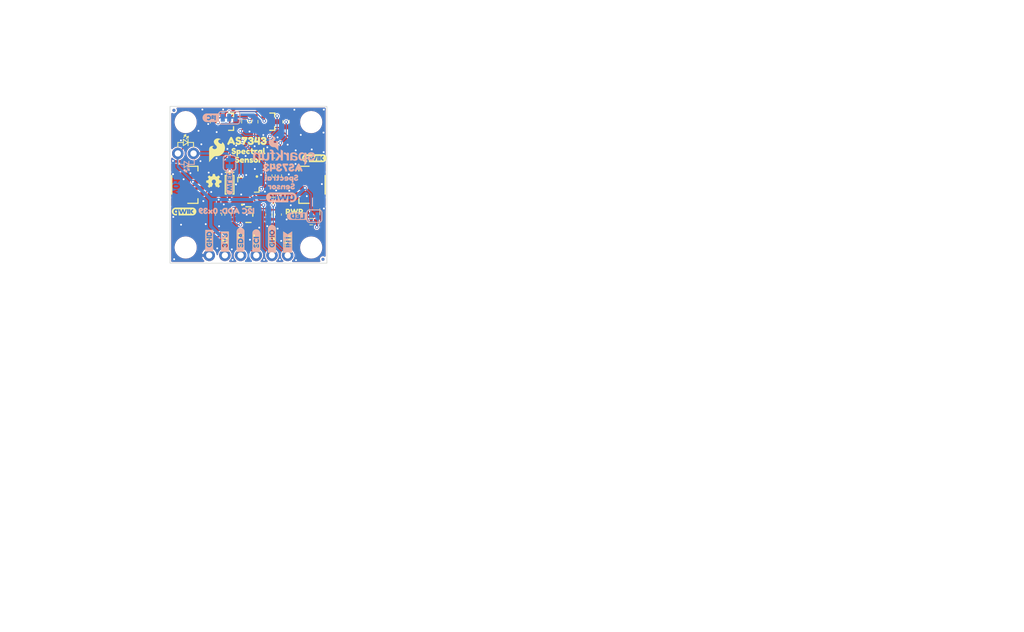
<source format=kicad_pcb>
(kicad_pcb (version 20241229) (generator "pcbnew") (generator_version "9.0")
  (title_block (title "SparkFun Spectral Sensor Breakout AS7353 Qwiic") (date "2025-04-01") (rev "v01") (company "SparkFun Electronics") (comment 1 "Based off the AS726X Qwiic by N. Seidle") (comment 2 "Designed by: P. Lewis"))
  (layers (0 "F.Cu" signal) (2 "B.Cu" signal) (13 "F.Paste" user) (15 "B.Paste" user) (5 "F.SilkS" user "F.Silkscreen") (7 "B.SilkS" user "B.Silkscreen") (1 "F.Mask" user) (3 "B.Mask" user) (25 "Edge.Cuts" user))
  (net 0 "")
  (net 1 "3.3V")
  (net 2 "GND")
  (net 3 "Net-(D1-A)")
  (net 4 "SDA")
  (net 5 "SCL")
  (net 10 "Net-(JP1-A)")
  (net 11 "Net-(JP2-A)")
  (net 12 "Net-(JP2-C)")
  (net 13 "~{INT}")
  (net 14 "GPIO")
  (net 15 "1V8")
  (net 16 "SDA_1V8")
  (net 18 "Net-(U2-VDD)")
  (net 19 "SCL_1V8")
  (net 20 "Net-(D2-K)")
  (net 21 "Net-(D3-K)")
  (footprint "kibuzzard-67ED7158" (layer "F.Cu") (at 129.616 107.15475 90)
    (property "Reference" "kibuzzard-67ED7158" (hide yes))
    (property "Value" "G***" (hide yes))
  )
  (footprint "SparkFun-Capacitor:C_0603_1608Metric" (layer "F.Cu") (at 140.792 102.932 -90)
    (property "Reference" "C6")
    (property "Value" "4.7uF")
    (pad "1" smd roundrect (at -0.775 0 270) (size 0.9 0.95) (layers "F.Cu" "F.Mask" "F.Paste") (net 15 "1V8"))
    (pad "2" smd roundrect (at 0.775 0 270) (size 0.9 0.95) (layers "F.Cu" "F.Mask" "F.Paste") (net 2 "GND"))
  )
  (footprint "SparkFun-Capacitor:C_0603_1608Metric" (layer "F.Cu") (at 139.268 96.606 90)
    (property "Reference" "C3")
    (property "Value" "1.0uF")
    (pad "1" smd roundrect (at -0.775 0 90) (size 0.9 0.95) (layers "F.Cu" "F.Mask" "F.Paste") (net 2 "GND"))
    (pad "2" smd roundrect (at 0.775 0 90) (size 0.9 0.95) (layers "F.Cu" "F.Mask" "F.Paste") (net 18 "Net-(U2-VDD)"))
  )
  (footprint "SparkFun-Resistor:R_0603_1608Metric" (layer "F.Cu") (at 140.016 94.306 180)
    (property "Reference" "R1")
    (property "Value" "22")
    (pad "1" smd roundrect (at -0.825 0 180) (size 0.8 0.95) (layers "F.Cu" "F.Mask" "F.Paste") (net 15 "1V8"))
    (pad "2" smd roundrect (at 0.825 0 180) (size 0.8 0.95) (layers "F.Cu" "F.Mask" "F.Paste") (net 18 "Net-(U2-VDD)"))
  )
  (footprint "AS7343:LUXEON_3014_SMD_LED" (layer "F.Cu") (at 132.918 98.106 90)
    (property "Reference" "D2")
    (property "Value" "White")
    (pad "1" smd rect (at 0.827 0 180) (size 0.8 1.9) (layers "F.Cu" "F.Mask") (net 20 "Net-(D2-K)"))
    (pad "2" smd rect (at -1.2 0 180) (size 0.8 1) (layers "F.Cu" "F.Mask") (net 1 "3.3V"))
  )
  (footprint "SparkFun-Aesthetic:qwiic_4mm" (layer "F.Cu") (at 125.552 102.424)
    (property "Reference" "G***" (hide yes))
    (property "Value" "LOGO" (hide yes))
  )
  (footprint "SparkFun-Capacitor:C_0603_1608Metric" (layer "F.Cu") (at 140.816 96.606 -90)
    (property "Reference" "C4")
    (property "Value" "4.7uF")
    (pad "1" smd roundrect (at -0.775 0 270) (size 0.9 0.95) (layers "F.Cu" "F.Mask" "F.Paste") (net 15 "1V8"))
    (pad "2" smd roundrect (at 0.775 0 270) (size 0.9 0.95) (layers "F.Cu" "F.Mask" "F.Paste") (net 2 "GND"))
  )
  (footprint "SparkFun-LED:LED_0603_1608Metric_Red" (layer "F.Cu") (at 146.126 102.4875 180)
    (property "Reference" "D1")
    (property "Value" "Red")
    (pad "1" smd roundrect (at -0.7875 0 180) (size 0.875 0.95) (layers "F.Cu" "F.Mask" "F.Paste") (net 2 "GND") (thermal_gap 0.1778))
    (pad "2" smd roundrect (at 0.7875 0 180) (size 0.875 0.95) (layers "F.Cu" "F.Mask" "F.Paste") (net 3 "Net-(D1-A)"))
  )
  (footprint "SparkFun-Aesthetic:Fiducial_0.5mm_Mask1mm" (layer "F.Cu") (at 123.901 86.041)
    (property "Reference" "FID3")
    (property "Value" "Fiducial_0.5mm")
    (pad "" smd circle (at 0 0) (size 0.5 0.5) (layers "F.Cu" "F.Mask") (clearance 0.25))
  )
  (footprint "SparkFun-Connector:1x06" (layer "F.Cu") (at 129.616 109.536)
    (property "Reference" "J3")
    (property "Value" "Conn_01x06")
    (pad "1" thru_hole circle (at 0 0 90) (size 1.8796 1.8796) (drill 1.016) (layers "*.Cu" "*.Mask") (net 2 "GND") (thermal_bridge_width 0.5))
    (pad "2" thru_hole circle (at 2.54 0 90) (size 1.8796 1.8796) (drill 1.016) (layers "*.Cu" "*.Mask") (net 1 "3.3V") (thermal_bridge_width 0.4) (thermal_gap 0.08))
    (pad "3" thru_hole circle (at 5.08 0 90) (size 1.8796 1.8796) (drill 1.016) (layers "*.Cu" "*.Mask") (net 4 "SDA"))
    (pad "4" thru_hole circle (at 7.62 0 90) (size 1.8796 1.8796) (drill 1.016) (layers "*.Cu" "*.Mask") (net 5 "SCL"))
    (pad "5" thru_hole circle (at 10.16 0 90) (size 1.8796 1.8796) (drill 1.016) (layers "*.Cu" "*.Mask") (net 14 "GPIO") (thermal_bridge_width 0.4) (thermal_gap 0.08))
    (pad "6" thru_hole circle (at 12.7 0 90) (size 1.8796 1.8796) (drill 1.016) (layers "*.Cu" "*.Mask") (net 13 "~{INT}"))
  )
  (footprint "SparkFun-Resistor:R_0603_1608Metric" (layer "F.Cu") (at 140.03 100.646)
    (property "Reference" "R2")
    (property "Value" "10k")
    (pad "1" smd roundrect (at -0.825 0) (size 0.8 0.95) (layers "F.Cu" "F.Mask" "F.Paste") (net 13 "~{INT}"))
    (pad "2" smd roundrect (at 0.825 0) (size 0.8 0.95) (layers "F.Cu" "F.Mask" "F.Paste") (net 15 "1V8"))
  )
  (footprint "kibuzzard-67ED694E" (layer "F.Cu") (at 142.316 107.377 90)
    (property "Reference" "kibuzzard-67ED694E" (hide yes))
    (property "Value" "G***" (hide yes))
  )
  (footprint "SparkFun-Semiconductor-Standard:SOT23-5" (layer "F.Cu") (at 135.966 102.932)
    (property "Reference" "U1")
    (property "Value" "RT9080-1.8V")
    (pad "1" smd rect (at -1.3001 -0.95 270) (size 0.55 1.2) (layers "F.Cu" "F.Mask" "F.Paste") (net 1 "3.3V"))
    (pad "2" smd rect (at -1.3001 0 270) (size 0.55 1.2) (layers "F.Cu" "F.Mask" "F.Paste") (net 2 "GND"))
    (pad "3" smd rect (at -1.3001 0.95 270) (size 0.55 1.2) (layers "F.Cu" "F.Mask" "F.Paste") (net 1 "3.3V"))
    (pad "4" smd rect (at 1.3001 0.95 270) (size 0.55 1.2) (layers "F.Cu" "F.Mask" "F.Paste"))
    (pad "5" smd rect (at 1.3001 -0.95 270) (size 0.55 1.2) (layers "F.Cu" "F.Mask" "F.Paste") (net 15 "1V8"))
  )
  (footprint "SparkFun-Connector:JST_SMD_1.0mm-4_Black" (layer "F.Cu") (at 143.78666 98.106 90)
    (property "Reference" "J1")
    (property "Value" "Qwiic_RA")
    (pad "1" smd rect (at -1.5 0 90) (size 0.6 1.35) (layers "F.Cu" "F.Mask" "F.Paste") (net 2 "GND"))
    (pad "2" smd rect (at -0.5 0 90) (size 0.6 1.35) (layers "F.Cu" "F.Mask" "F.Paste") (net 1 "3.3V"))
    (pad "3" smd rect (at 0.5 0 90) (size 0.6 1.35) (layers "F.Cu" "F.Mask" "F.Paste") (net 4 "SDA"))
    (pad "4" smd rect (at 1.5 0 90) (size 0.6 1.35) (layers "F.Cu" "F.Mask" "F.Paste") (net 5 "SCL"))
    (pad "NC1" smd rect (at 2.8 3.675 90) (size 1.2 2) (layers "F.Cu" "F.Mask" "F.Paste"))
    (pad "NC2" smd rect (at -2.8 3.675 90) (size 1.2 2) (layers "F.Cu" "F.Mask" "F.Paste"))
  )
  (footprint "SparkFun-Hardware:Standoff" (layer "F.Cu") (at 146.126 108.266)
    (property "Reference" "ST3")
    (property "Value" "Standoff")
    (pad "" np_thru_hole circle (at 0 0) (size 3.1 3.1) (drill 3.1) (layers "*.Cu" "*.Mask"))
  )
  (footprint "SparkFun-Aesthetic:OSHW_Logo_2.5mm" (layer "F.Cu") (at 130.378 97.598)
    (property "Reference" "Ref**" (hide yes))
    (property "Value" "Val**" (hide yes))
  )
  (footprint "SparkFun-Aesthetic:Fiducial_0.5mm_Mask1mm" (layer "F.Cu") (at 148.031 110.171)
    (property "Reference" "FID4")
    (property "Value" "Fiducial_0.5mm")
    (pad "" smd circle (at 0 0) (size 0.5 0.5) (layers "F.Cu" "F.Mask") (clearance 0.25))
  )
  (footprint "AS7343:AMS_OLGA-8_2x3.1mm_P0.8mm" (layer "F.Cu") (at 135.966 98.106 -90)
    (property "Reference" "U2")
    (property "Value" "AS7343")
    (pad "1" smd roundrect (at -0.638 -1.2 270) (size 0.575 0.488) (layers "F.Cu" "F.Mask" "F.Paste") (roundrect_rratio 0) (chamfer_ratio 0.3625) (chamfer bottom_right) (net 18 "Net-(U2-VDD)"))
    (pad "2" smd rect (at -0.638 -0.4 270) (size 0.575 0.488) (layers "F.Cu" "F.Mask" "F.Paste") (net 19 "SCL_1V8"))
    (pad "3" smd rect (at -0.638 0.4 270) (size 0.575 0.488) (layers "F.Cu" "F.Mask" "F.Paste") (net 2 "GND"))
    (pad "4" smd rect (at -0.638 1.2 270) (size 0.575 0.488) (layers "F.Cu" "F.Mask" "F.Paste") (net 21 "Net-(D3-K)"))
    (pad "5" smd rect (at 0.638 1.2 270) (size 0.575 0.488) (layers "F.Cu" "F.Mask" "F.Paste") (net 2 "GND"))
    (pad "6" smd rect (at 0.638 0.4 270) (size 0.575 0.488) (layers "F.Cu" "F.Mask" "F.Paste") (net 14 "GPIO"))
    (pad "7" smd rect (at 0.638 -0.4 270) (size 0.575 0.488) (layers "F.Cu" "F.Mask" "F.Paste") (net 13 "~{INT}"))
    (pad "8" smd rect (at 0.638 -1.2 270) (size 0.575 0.488) (layers "F.Cu" "F.Mask" "F.Paste") (net 16 "SDA_1V8"))
  )
  (footprint "kibuzzard-67ED6905" (layer "F.Cu") (at 137.236 107.15475 90)
    (property "Reference" "kibuzzard-67ED6905" (hide yes))
    (property "Value" "G***" (hide yes))
  )
  (footprint "SparkFun-Connector:JST_SMD_1.0mm-4_Black" (layer "F.Cu") (at 128.14534 98.106 -90)
    (property "Reference" "J2")
    (property "Value" "Qwiic_RA")
    (pad "1" smd rect (at -1.5 0 270) (size 0.6 1.35) (layers "F.Cu" "F.Mask" "F.Paste") (net 2 "GND"))
    (pad "2" smd rect (at -0.5 0 270) (size 0.6 1.35) (layers "F.Cu" "F.Mask" "F.Paste") (net 1 "3.3V"))
    (pad "3" smd rect (at 0.5 0 270) (size 0.6 1.35) (layers "F.Cu" "F.Mask" "F.Paste") (net 4 "SDA"))
    (pad "4" smd rect (at 1.5 0 270) (size 0.6 1.35) (layers "F.Cu" "F.Mask" "F.Paste") (net 5 "SCL"))
    (pad "NC1" smd rect (at 2.8 3.675 270) (size 1.2 2) (layers "F.Cu" "F.Mask" "F.Paste"))
    (pad "NC2" smd rect (at -2.8 3.675 270) (size 1.2 2) (layers "F.Cu" "F.Mask" "F.Paste"))
  )
  (footprint "SparkFun-Connector:1x02" (layer "F.Cu") (at 127.076 93.026 180)
    (property "Reference" "D3")
    (property "Value" "LED")
    (pad "1" thru_hole circle (at 0 0 270) (size 1.8796 1.8796) (drill 1.016) (layers "*.Cu" "*.Mask") (net 21 "Net-(D3-K)"))
    (pad "2" thru_hole circle (at 2.54 0 270) (size 1.8796 1.8796) (drill 1.016) (layers "*.Cu" "*.Mask") (net 1 "3.3V"))
  )
  (footprint "SparkFun-Aesthetic:qwiic_4mm" (layer "F.Cu") (at 146.634 93.788)
    (property "Reference" "G***" (hide yes))
    (property "Value" "LOGO" (hide yes))
  )
  (footprint "SparkFun-Semiconductor-Standard:SOT23-3" (layer "F.Cu") (at 139.522 87.883)
    (property "Reference" "Q1")
    (property "Value" "BSS138")
    (pad "1" smd rect (at -1 -0.95 270) (size 0.8 0.9) (layers "F.Cu" "F.Mask" "F.Paste") (net 1 "3.3V"))
    (pad "2" smd rect (at -1 0.95 270) (size 0.8 0.9) (layers "F.Cu" "F.Mask" "F.Paste") (net 5 "SCL"))
    (pad "3" smd rect (at 1.1 0 270) (size 0.8 0.9) (layers "F.Cu" "F.Mask" "F.Paste") (net 19 "SCL_1V8"))
  )
  (footprint "SparkFun-Resistor:R_0603_1608Metric" (layer "F.Cu") (at 136.982 87.883 -90)
    (property "Reference" "R5")
    (property "Value" "2.2k")
    (pad "1" smd roundrect (at -0.825 0 270) (size 0.8 0.95) (layers "F.Cu" "F.Mask" "F.Paste") (net 11 "Net-(JP2-A)"))
    (pad "2" smd roundrect (at 0.825 0 270) (size 0.8 0.95) (layers "F.Cu" "F.Mask" "F.Paste") (net 5 "SCL"))
  )
  (footprint "SparkFun-Aesthetic:SparkFun_Flame_4mm" (layer "F.Cu") (at 130.886 92.518)
    (property "Reference" "G***" (hide yes))
    (property "Value" "Flame" (hide yes))
  )
  (footprint "SparkFun-Capacitor:C_0603_1608Metric" (layer "F.Cu") (at 132.664 102.932 -90)
    (property "Reference" "C2")
    (property "Value" "0.1uF")
    (pad "1" smd roundrect (at -0.775 0 270) (size 0.9 0.95) (layers "F.Cu" "F.Mask" "F.Paste") (net 1 "3.3V"))
    (pad "2" smd roundrect (at 0.775 0 270) (size 0.9 0.95) (layers "F.Cu" "F.Mask" "F.Paste") (net 2 "GND"))
  )
  (footprint "kibuzzard-65A8A8B4" (layer "F.Cu") (at 143.404 102.445)
    (property "Reference" "kibuzzard-65A8A8B4" (hide yes))
    (property "Value" "G***" (hide yes))
  )
  (footprint "SparkFun-Resistor:R_0603_1608Metric" (layer "F.Cu") (at 146.126 104.075)
    (property "Reference" "R3")
    (property "Value" "4.7k")
    (pad "1" smd roundrect (at -0.825 0) (size 0.8 0.95) (layers "F.Cu" "F.Mask" "F.Paste") (net 3 "Net-(D1-A)"))
    (pad "2" smd roundrect (at 0.825 0) (size 0.8 0.95) (layers "F.Cu" "F.Mask" "F.Paste") (net 10 "Net-(JP1-A)"))
  )
  (footprint "SparkFun-Resistor:R_0603_1608Metric" (layer "F.Cu") (at 130.3145 87.883 90)
    (property "Reference" "R4")
    (property "Value" "2.2k")
    (pad "1" smd roundrect (at -0.825 0 90) (size 0.8 0.95) (layers "F.Cu" "F.Mask" "F.Paste") (net 4 "SDA"))
    (pad "2" smd roundrect (at 0.825 0 90) (size 0.8 0.95) (layers "F.Cu" "F.Mask" "F.Paste") (net 12 "Net-(JP2-C)"))
  )
  (footprint "kibuzzard-67BF7CFE" (layer "F.Cu") (at 134.696 106.996 90)
    (property "Reference" "kibuzzard-67BF7CFE" (hide yes))
    (property "Value" "G***" (hide yes))
  )
  (footprint "SparkFun-Aesthetic:Creative_Commons_License" (layer "F.Cu") (at 214.63 168.91)
    (property "Reference" "G4" (hide yes))
    (property "Value" "OSHW_Logo" (hide yes))
  )
  (footprint "kibuzzard-67ED66D1" (layer "F.Cu") (at 135.712 90.994)
    (property "Reference" "kibuzzard-67ED66D1" (hide yes))
    (property "Value" "G***" (hide yes))
  )
  (footprint "SparkFun-Hardware:Standoff" (layer "F.Cu") (at 146.126 87.946)
    (property "Reference" "ST2")
    (property "Value" "Standoff")
    (pad "" np_thru_hole circle (at 0 0) (size 3.1 3.1) (drill 3.1) (layers "*.Cu" "*.Mask"))
  )
  (footprint "SparkFun-Capacitor:C_0603_1608Metric" (layer "F.Cu") (at 139.268 102.932 -90)
    (property "Reference" "C1")
    (property "Value" "0.1uF")
    (pad "1" smd roundrect (at -0.775 0 270) (size 0.9 0.95) (layers "F.Cu" "F.Mask" "F.Paste") (net 15 "1V8"))
    (pad "2" smd roundrect (at 0.775 0 270) (size 0.9 0.95) (layers "F.Cu" "F.Mask" "F.Paste") (net 2 "GND"))
  )
  (footprint "SparkFun-Hardware:Standoff" (layer "F.Cu") (at 125.806 87.946)
    (property "Reference" "ST1")
    (property "Value" "Standoff")
    (pad "" np_thru_hole circle (at 0 0) (size 3.1 3.1) (drill 3.1) (layers "*.Cu" "*.Mask"))
  )
  (footprint "kibuzzard-67ED66FD" (layer "F.Cu") (at 135.966 94.042)
    (property "Reference" "kibuzzard-67ED66FD" (hide yes))
    (property "Value" "G***" (hide yes))
  )
  (footprint "kibuzzard-67ED691F" (layer "F.Cu") (at 139.776 106.869 90)
    (property "Reference" "kibuzzard-67ED691F" (hide yes))
    (property "Value" "G***" (hide yes))
  )
  (footprint "SparkFun-Resistor:R_0603_1608Metric" (layer "F.Cu") (at 142.062 87.883 90)
    (property "Reference" "R8")
    (property "Value" "2.2k")
    (pad "1" smd roundrect (at -0.825 0 90) (size 0.8 0.95) (layers "F.Cu" "F.Mask" "F.Paste") (net 15 "1V8"))
    (pad "2" smd roundrect (at 0.825 0 90) (size 0.8 0.95) (layers "F.Cu" "F.Mask" "F.Paste") (net 19 "SCL_1V8"))
  )
  (footprint "SparkFun-Capacitor:C_0603_1608Metric" (layer "F.Cu") (at 131.14 102.932 -90)
    (property "Reference" "C5")
    (property "Value" "4.7uF")
    (pad "1" smd roundrect (at -0.775 0 270) (size 0.9 0.95) (layers "F.Cu" "F.Mask" "F.Paste") (net 1 "3.3V"))
    (pad "2" smd roundrect (at 0.775 0 270) (size 0.9 0.95) (layers "F.Cu" "F.Mask" "F.Paste") (net 2 "GND"))
  )
  (footprint "SparkFun-Resistor:R_0603_1608Metric" (layer "F.Cu") (at 135.3945 87.883 90)
    (property "Reference" "R7")
    (property "Value" "2.2k")
    (pad "1" smd roundrect (at -0.825 0 90) (size 0.8 0.95) (layers "F.Cu" "F.Mask" "F.Paste") (net 15 "1V8"))
    (pad "2" smd roundrect (at 0.825 0 90) (size 0.8 0.95) (layers "F.Cu" "F.Mask" "F.Paste") (net 16 "SDA_1V8"))
  )
  (footprint "kibuzzard-67ED714F" (layer "F.Cu") (at 132.156 107.3135 90)
    (property "Reference" "kibuzzard-67ED714F" (hide yes))
    (property "Value" "G***" (hide yes))
  )
  (footprint "SparkFun-Semiconductor-Standard:SOT23-3" (layer "F.Cu") (at 132.8545 87.883)
    (property "Reference" "Q2")
    (property "Value" "BSS138")
    (pad "1" smd rect (at -1 -0.95 270) (size 0.8 0.9) (layers "F.Cu" "F.Mask" "F.Paste") (net 1 "3.3V"))
    (pad "2" smd rect (at -1 0.95 270) (size 0.8 0.9) (layers "F.Cu" "F.Mask" "F.Paste") (net 4 "SDA"))
    (pad "3" smd rect (at 1.1 0 270) (size 0.8 0.9) (layers "F.Cu" "F.Mask" "F.Paste") (net 16 "SDA_1V8"))
  )
  (footprint "kibuzzard-67ED66F3" (layer "F.Cu") (at 135.966 92.772)
    (property "Reference" "kibuzzard-67ED66F3" (hide yes))
    (property "Value" "G***" (hide yes))
  )
  (footprint "SparkFun-Hardware:Standoff" (layer "F.Cu") (at 125.806 108.266)
    (property "Reference" "ST4")
    (property "Value" "Standoff")
    (pad "" np_thru_hole circle (at 0 0) (size 3.1 3.1) (drill 3.1) (layers "*.Cu" "*.Mask"))
  )
  (footprint "kibuzzard-67ED7915" (layer "B.Cu") (at 132.92 97.781 90)
    (property "Reference" "kibuzzard-67ED7915" (hide yes))
    (property "Value" "G***" (hide yes))
  )
  (footprint "SparkFun-Jumper:Jumper_3_NC-2_Trace" (layer "B.Cu") (at 132.8545 87.248 180)
    (property "Reference" "JP2")
    (property "Value" "I2C")
    (fp_poly (pts (xy 0.262 0.173) (xy 0.762 0.173) (xy 0.762 -0.127) (xy 0.262 -0.127)) (fill yes) (layer "B.Cu"))
    (fp_poly (pts (xy -0.7707 0.15) (xy -0.2707 0.15) (xy -0.2707 -0.15) (xy -0.7707 -0.15)) (fill yes) (layer "B.Cu"))
    (pad "1" smd rect (at -1.0414 0 180) (size 0.6604 1.27) (layers "B.Cu" "B.Mask") (net 11 "Net-(JP2-A)"))
    (pad "2" smd rect (at 0 0 180) (size 0.6604 1.27) (layers "B.Cu" "B.Mask") (net 1 "3.3V"))
    (pad "3" smd rect (at 1.0414 0) (size 0.6604 1.27) (layers "B.Cu" "B.Mask") (net 12 "Net-(JP2-C)"))
  )
  (footprint "kibuzzard-67F027E1" (layer "B.Cu") (at 132.405 102.336146 180)
    (property "Reference" "kibuzzard-67F027E1" (hide yes))
    (property "Value" "G***" (hide yes))
  )
  (footprint "SparkFun-Jumper:Jumper_2_NC_Trace" (layer "B.Cu") (at 146.634 103.186 180)
    (property "Reference" "JP1")
    (property "Value" "LED")
    (fp_poly (pts (xy -0.25 0.15) (xy 0.25 0.15) (xy 0.25 -0.15) (xy -0.25 -0.15)) (fill yes) (layer "B.Cu"))
    (pad "1" smd rect (at -0.5207 0 180) (size 0.6604 1.27) (layers "B.Cu" "B.Mask") (net 10 "Net-(JP1-A)"))
    (pad "2" smd rect (at 0.5207 0 180) (size 0.6604 1.27) (layers "B.Cu" "B.Mask") (net 1 "3.3V"))
  )
  (footprint "SparkFun-Aesthetic:Fiducial_0.5mm_Mask1mm" (layer "B.Cu") (at 123.901 86.041 180)
    (property "Reference" "FID2")
    (property "Value" "Fiducial_0.5mm")
    (pad "" smd circle (at 0 0 180) (size 0.5 0.5) (layers "B.Cu" "B.Mask") (clearance 0.25))
  )
  (footprint "kibuzzard-67BF7F13" (layer "B.Cu") (at 134.696 106.996 90)
    (property "Reference" "kibuzzard-67BF7F13" (hide yes))
    (property "Value" "G***" (hide yes))
  )
  (footprint "SparkFun-Aesthetic:Fiducial_0.5mm_Mask1mm" (layer "B.Cu") (at 148.031 110.171 180)
    (property "Reference" "FID1")
    (property "Value" "Fiducial_0.5mm")
    (pad "" smd circle (at 0 0 180) (size 0.5 0.5) (layers "B.Cu" "B.Mask") (clearance 0.25))
  )
  (footprint "kibuzzard-67ED66FD" (layer "B.Cu") (at 141.3 98.36 180)
    (property "Reference" "kibuzzard-67ED66FD" (hide yes))
    (property "Value" "G***" (hide yes))
  )
  (footprint "kibuzzard-67BF7F2F" (layer "B.Cu") (at 137.236 107.15475 90)
    (property "Reference" "kibuzzard-67BF7F2F" (hide yes))
    (property "Value" "G***" (hide yes))
  )
  (footprint "kibuzzard-67ED66F3" (layer "B.Cu") (at 141.3 97.09 180)
    (property "Reference" "kibuzzard-67ED66F3" (hide yes))
    (property "Value" "G***" (hide yes))
  )
  (footprint "kibuzzard-67ED694E" (layer "B.Cu") (at 142.316 107.377 90)
    (property "Reference" "kibuzzard-67ED694E" (hide yes))
    (property "Value" "G***" (hide yes))
  )
  (footprint "SparkFun-Aesthetic:SparkFun_Logo_10mm" (layer "B.Cu") (at 141.769209 93.505106 180)
    (property "Reference" "G***" (hide yes))
    (property "Value" "LOGO" (hide yes))
  )
  (footprint "kibuzzard-67ED7177" (layer "B.Cu") (at 132.156 107.3135 90)
    (property "Reference" "kibuzzard-67ED7177" (hide yes))
    (property "Value" "G***" (hide yes))
  )
  (footprint "kibuzzard-67ED66D1" (layer "B.Cu") (at 141.554 95.312 180)
    (property "Reference" "kibuzzard-67ED66D1" (hide yes))
    (property "Value" "G***" (hide yes))
  )
  (footprint "kibuzzard-67D9D97F" (layer "B.Cu") (at 129.83825 87.248 180)
    (property "Reference" "kibuzzard-67D9D97F" (hide yes))
    (property "Value" "G***" (hide yes))
  )
  (footprint "SparkFun-Jumper:Jumper_2_NC_Trace" (layer "B.Cu") (at 132.914 94.577 90)
    (property "Reference" "JP3")
    (property "Value" "WLED")
    (fp_poly (pts (xy -0.25 0.15) (xy 0.25 0.15) (xy 0.25 -0.15) (xy -0.25 -0.15)) (fill yes) (layer "B.Cu"))
    (pad "1" smd rect (at -0.5207 0 90) (size 0.6604 1.27) (layers "B.Cu" "B.Mask") (net 20 "Net-(D2-K)"))
    (pad "2" smd rect (at 0.5207 0 90) (size 0.6604 1.27) (layers "B.Cu" "B.Mask") (net 21 "Net-(D3-K)"))
  )
  (footprint "kibuzzard-67ED691F" (layer "B.Cu") (at 139.776 106.869 90)
    (property "Reference" "kibuzzard-67ED691F" (hide yes))
    (property "Value" "G***" (hide yes))
  )
  (footprint "kibuzzard-67D9E7C1" (layer "B.Cu") (at 143.7765 103.186 180)
    (property "Reference" "kibuzzard-67D9E7C1" (hide yes))
    (property "Value" "G***" (hide yes))
  )
  (footprint "SparkFun-Aesthetic:qwiic_5mm" (layer "B.Cu") (at 141.3 100.138 180)
    (property "Reference" "G***" (hide yes))
    (property "Value" "LOGO" (hide yes))
  )
  (footprint "kibuzzard-67ED716A" (layer "B.Cu") (at 129.616 107.15475 90)
    (property "Reference" "kibuzzard-67ED716A" (hide yes))
    (property "Value" "G***" (hide yes))
  )
  (gr_line (start 125.425 91.756) (end 125.425 91.248) (stroke (width 0.15)) (layer "F.SilkS"))
  (gr_line (start 125.425 90.74) (end 126.187 91.248) (stroke (width 0.15)) (layer "F.SilkS"))
  (gr_line (start 126.187 91.248) (end 126.187 90.74) (stroke (width 0.15)) (layer "F.SilkS"))
  (gr_line (start 124.536 92.01) (end 124.536 91.248) (stroke (width 0.15)) (layer "F.SilkS"))
  (gr_line (start 125.8095 89.9865) (end 125.5365 90.0885) (stroke (width 0.15)) (layer "F.SilkS"))
  (gr_line (start 126.187 91.248) (end 127.076 91.248) (stroke (width 0.15)) (layer "F.SilkS"))
  (gr_line (start 126.2295 90.2455) (end 125.9565 90.3475) (stroke (width 0.15)) (layer "F.SilkS"))
  (gr_line (start 125.425 91.248) (end 125.425 90.74) (stroke (width 0.15)) (layer "F.SilkS"))
  (gr_line (start 126.187 91.248) (end 125.425 91.756) (stroke (width 0.15)) (layer "F.SilkS"))
  (gr_line (start 125.8095 89.9865) (end 125.8095 90.2685) (stroke (width 0.15)) (layer "F.SilkS"))
  (gr_line (start 127.076 91.248) (end 127.076 92.01) (stroke (width 0.15)) (layer "F.SilkS"))
  (gr_line (start 126.2295 90.2455) (end 126.2295 90.5275) (stroke (width 0.15)) (layer "F.SilkS"))
  (gr_line (start 126.187 91.248) (end 126.187 91.756) (stroke (width 0.15)) (layer "F.SilkS"))
  (gr_line (start 124.536 91.248) (end 125.425 91.248) (stroke (width 0.15)) (layer "F.SilkS"))
  (gr_line (start 125.4865 90.4415) (end 125.8095 89.9865) (stroke (width 0.15)) (layer "F.SilkS"))
  (gr_line (start 125.9065 90.7005) (end 126.2295 90.2455) (stroke (width 0.15)) (layer "F.SilkS"))
  (gr_line (start 125.552 95.312) (end 126.314 94.804) (stroke (width 0.15)) (layer "B.SilkS"))
  (gr_line (start 125.6385 95.599) (end 125.9615 96.054) (stroke (width 0.15)) (layer "B.SilkS"))
  (gr_line (start 126.314 94.804) (end 126.314 95.312) (stroke (width 0.15)) (layer "B.SilkS"))
  (gr_line (start 127.203 94.804) (end 127.203 94.042) (stroke (width 0.15)) (layer "B.SilkS"))
  (gr_line (start 126.314 94.804) (end 126.314 94.296) (stroke (width 0.15)) (layer "B.SilkS"))
  (gr_line (start 126.0585 95.34) (end 126.3815 95.795) (stroke (width 0.15)) (layer "B.SilkS"))
  (gr_line (start 124.663 94.804) (end 125.552 94.804) (stroke (width 0.15)) (layer "B.SilkS"))
  (gr_line (start 126.3815 95.795) (end 126.1085 95.693) (stroke (width 0.15)) (layer "B.SilkS"))
  (gr_line (start 125.9615 96.054) (end 125.6885 95.952) (stroke (width 0.15)) (layer "B.SilkS"))
  (gr_line (start 126.314 94.804) (end 127.203 94.804) (stroke (width 0.15)) (layer "B.SilkS"))
  (gr_line (start 126.314 94.804) (end 125.552 94.296) (stroke (width 0.15)) (layer "B.SilkS"))
  (gr_line (start 126.3815 95.795) (end 126.3815 95.513) (stroke (width 0.15)) (layer "B.SilkS"))
  (gr_line (start 125.9615 96.054) (end 125.9615 95.772) (stroke (width 0.15)) (layer "B.SilkS"))
  (gr_line (start 124.663 94.042) (end 124.663 94.804) (stroke (width 0.15)) (layer "B.SilkS"))
  (gr_line (start 125.552 94.804) (end 125.552 95.312) (stroke (width 0.15)) (layer "B.SilkS"))
  (gr_line (start 125.552 94.296) (end 125.552 94.804) (stroke (width 0.15)) (layer "B.SilkS"))
  (gr_rect (start 123.266 85.406) (end 148.666 110.806) (stroke (width 0.1)) (fill no) (layer "Edge.Cuts"))
  (gr_text "v01" (at 124.192 98.263 270) (layer "B.Cu" knockout) (effects (font (size 1.016 1.016) (thickness 0.254) (bold yes)) (justify mirror)))
  (segment (start 133.559 101.982) (end 134.6659 101.982) (width 0.5588) (layer "F.Cu") (net 1))
  (segment (start 131.8545 86.933) (end 131.2725 86.351) (width 0.2032) (layer "F.Cu") (net 1))
  (segment (start 129.749 86.351) (end 128.843 87.257) (width 0.2032) (layer "F.Cu") (net 1))
  (segment (start 128.843 89.396) (end 126.926 91.313) (width 0.2032) (layer "F.Cu") (net 1))
  (segment (start 131.14 100.515) (end 131.144 100.511) (width 0.5588) (layer "F.Cu") (net 1))
  (segment (start 131.2725 86.351) (end 129.749 86.351) (width 0.2032) (layer "F.Cu") (net 1))
  (segment (start 134.6659 104.5729) (end 134.677 104.584) (width 0.2032) (layer "F.Cu") (net 1))
  (segment (start 132.918 100.506) (end 132.913 100.511) (width 0.5588) (layer "F.Cu") (net 1))
  (segment (start 131.14 102.157) (end 131.14 100.515) (width 0.5588) (layer "F.Cu") (net 1))
  (segment (start 131.14 102.157) (end 132.664 102.157) (width 0.5588) (layer "F.Cu") (net 1))
  (segment (start 128.0285 97.606) (end 126.995 97.606) (width 0.5588) (layer "F.Cu") (net 1))
  (segment (start 128.843 87.257) (end 128.843 89.396) (width 0.2032) (layer "F.Cu") (net 1))
  (segment (start 132.918 99.306) (end 132.918 100.506) (width 0.5588) (layer "F.Cu") (net 1))
  (segment (start 138.522 87.738) (end 138.541 87.757) (width 0.2032) (layer "F.Cu") (net 1))
  (segment (start 143.9035 98.606) (end 145.102 98.606) (width 0.5588) (layer "F.Cu") (net 1))
  (segment (start 132.4745 86.313) (end 131.8545 86.933) (width 0.2032) (layer "F.Cu") (net 1))
  (segment (start 126.926 91.313) (end 126.249 91.313) (width 0.2032) (layer "F.Cu") (net 1))
  (segment (start 133.384 102.157) (end 133.559 101.982) (width 0.5588) (layer "F.Cu") (net 1))
  (segment (start 138.522 86.933) (end 138.522 87.738) (width 0.2032) (layer "F.Cu") (net 1))
  (segment (start 134.6659 103.882) (end 134.6659 104.5729) (width 0.2032) (layer "F.Cu") (net 1))
  (segment (start 132.664 102.157) (end 133.384 102.157) (width 0.5588) (layer "F.Cu") (net 1))
  (segment (start 126.995 97.606) (end 126.984 97.617) (width 0.5588) (layer "F.Cu") (net 1))
  (segment (start 145.102 98.606) (end 145.11 98.614) (width 0.5588) (layer "F.Cu") (net 1))
  (segment (start 132.8545 86.313) (end 132.4745 86.313) (width 0.2032) (layer "F.Cu") (net 1))
  (segment (start 126.249 91.313) (end 124.536 93.026) (width 0.2032) (layer "F.Cu") (net 1))
  (via (at 133.559 101.982) (size 0.56) (drill 0.3) (layers "F.Cu" "B.Cu") (net 1))
  (via (at 131.144 100.511) (size 0.56) (drill 0.3) (layers "F.Cu" "B.Cu") (net 1))
  (via (at 132.8545 86.313) (size 0.56) (drill 0.3) (layers "F.Cu" "B.Cu") (net 1))
  (via (at 132.913 100.511) (size 0.56) (drill 0.3) (layers "F.Cu" "B.Cu") (net 1))
  (via (at 138.541 87.757) (size 0.56) (drill 0.3) (layers "F.Cu" "B.Cu") (net 1))
  (via (at 134.677 104.584) (size 0.56) (drill 0.3) (layers "F.Cu" "B.Cu") (net 1))
  (via (at 126.984 97.617) (size 0.56) (drill 0.3) (layers "F.Cu" "B.Cu") (net 1))
  (via (at 145.11 98.614) (size 0.56) (drill 0.3) (layers "F.Cu" "B.Cu") (net 1))
  (segment (start 134.677 104.584) (end 134.081 104.584) (width 0.2032) (layer "B.Cu") (net 1))
  (segment (start 132.8545 86.313) (end 132.8545 87.248) (width 0.2032) (layer "B.Cu") (net 1))
  (segment (start 136.54 100.512) (end 132.914 100.512) (width 0.5588) (layer "B.Cu") (net 1))
  (segment (start 137.052 86.268) (end 132.8995 86.268) (width 0.2032) (layer "B.Cu") (net 1))
  (segment (start 133.559 104.062) (end 133.559 101.982) (width 0.2032) (layer "B.Cu") (net 1))
  (segment (start 138.541 87.757) (end 137.052 86.268) (width 0.2032) (layer "B.Cu") (net 1))
  (segment (start 145.11 98.614) (end 143.522 100.202) (width 0.5588) (layer "B.Cu") (net 1))
  (segment (start 129.878 100.511) (end 131.144 100.511) (width 0.5588) (layer "B.Cu") (net 1))
  (segment (start 132.8995 86.268) (end 132.8545 86.313) (width 0.2032) (layer "B.Cu") (net 1))
  (segment (start 146.1133 99.6173) (end 145.11 98.614) (width 0.2032) (layer "B.Cu") (net 1))
  (segment (start 126.984 97.617) (end 129.878 100.511) (width 0.5588) (layer "B.Cu") (net 1))
  (segment (start 132.156 109.536) (end 132.156 107.083) (width 0.5588) (layer "B.Cu") (net 1))
  (segment (start 134.081 104.584) (end 133.559 104.062) (width 0.2032) (layer "B.Cu") (net 1))
  (segment (start 136.85 100.202) (end 136.54 100.512) (width 0.5588) (layer "B.Cu") (net 1))
  (segment (start 129.878 104.805) (end 129.878 100.511) (width 0.5588) (layer "B.Cu") (net 1))
  (segment (start 146.1133 103.186) (end 146.1133 99.6173) (width 0.2032) (layer "B.Cu") (net 1))
  (segment (start 124.536 95.169) (end 124.536 93.026) (width 0.4064) (layer "B.Cu") (net 1))
  (segment (start 131.144 100.511) (end 132.913 100.511) (width 0.5588) (layer "B.Cu") (net 1))
  (segment (start 143.522 100.202) (end 136.85 100.202) (width 0.5588) (layer "B.Cu") (net 1))
  (segment (start 132.914 100.512) (end 132.913 100.511) (width 0.5588) (layer "B.Cu") (net 1))
  (segment (start 126.984 97.617) (end 124.536 95.169) (width 0.4064) (layer "B.Cu") (net 1))
  (segment (start 132.156 107.083) (end 129.878 104.805) (width 0.5588) (layer "B.Cu") (net 1))
  (via (at 135.602 96.522) (size 0.56) (drill 0.3) (layers "F.Cu" "B.Cu") (net 2))
  (via (at 132.561 92.296) (size 0.56) (drill 0.3) (layers "F.Cu" "B.Cu") (net 2))
  (via (at 138.016 96.506) (size 0.56) (drill 0.3) (layers "F.Cu" "B.Cu") (net 2))
  (via (at 135.251 101.274598) (size 0.56) (drill 0.3) (layers "F.Cu" "B.Cu") (net 2))
  (via (at 137.714 105.046) (size 0.56) (drill 0.3) (layers "F.Cu" "B.Cu") (net 2))
  (via (at 146.21 92.377) (size 0.56) (drill 0.3) (layers "F.Cu" "B.Cu") (net 2))
  (via (at 143.615 92.523) (size 0.56) (drill 0.3) (layers "F.Cu" "B.Cu") (net 2))
  (via (at 125.476 97.206) (size 0.56) (drill 0.3) (layers "F.Cu" "B.Cu") (net 2))
  (via (at 130.802 93.784) (size 0.56) (drill 0.3) (layers "F.Cu" "B.Cu") (net 2))
  (via (at 129.454409 88.257908) (size 0.56) (drill 0.3) (layers "F.Cu" "B.Cu") (net 2))
  (via (at 131.637 96.371) (size 0.56) (drill 0.3) (layers "F.Cu" "B.Cu") (net 2))
  (via (at 140.68 90.417) (size 0.56) (drill 0.3) (layers "F.Cu" "B.Cu") (net 2))
  (via (at 142.814 101.426) (size 0.56) (drill 0.3) (layers "F.Cu" "B.Cu") (net 2))
  (via (at 131.216 104.818) (size 0.56) (drill 0.3) (layers "F.Cu" "B.Cu") (net 2))
  (via (at 136.206 107.007) (size 0.56) (drill 0.3) (layers "F.Cu" "B.Cu") (net 2))
  (via (at 131.872 85.914) (size 0.56) (drill 0.3) (layers "F.Cu" "B.Cu") (net 2))
  (via (at 123.805 103.309) (size 0.56) (drill 0.3) (layers "F.Cu" "B.Cu") (net 2))
  (via (at 128.198 94.27) (size 0.56) (drill 0.3) (layers "F.Cu" "B.Cu") (net 2))
  (via (at 137.004 95.547) (size 0.56) (drill 0.3) (layers "F.Cu" "B.Cu") (net 2))
  (via (at 139.016 104.806) (size 0.56) (drill 0.3) (layers "F.Cu" "B.Cu") (net 2))
  (via (at 139.02 92.028) (size 0.56) (drill 0.3) (layers "F.Cu" "B.Cu") (net 2))
  (via (at 123.764 96.384) (size 0.56) (drill 0.3) (layers "F.Cu" "B.Cu") (net 2))
  (via (at 148.138 92.809) (size 0.56) (drill 0.3) (layers "F.Cu" "B.Cu") (net 2))
  (via (at 143.401 85.948) (size 0.56) (drill 0.3) (layers "F.Cu" "B.Cu") (net 2))
  (via (at 136.967 91.857) (size 0.56) (drill 0.3) (layers "F.Cu" "B.Cu") (net 2))
  (via (at 148.173 101.95) (size 0.56) (drill 0.3) (layers "F.Cu" "B.Cu") (net 2))
  (via (at 138.499 110.262) (size 0.56) (drill 0.3) (layers "F.Cu" "B.Cu") (net 2))
  (via (at 126.572 96.227) (size 0.56) (drill 0.3) (layers "F.Cu" "B.Cu") (net 2))
  (via (at 140.454 99.025) (size 0.56) (drill 0.3) (layers "F.Cu" "B.Cu") (net 2))
  (via (at 138.378 90.04) (size 0.56) (drill 0.3) (layers "F.Cu" "B.Cu") (net 2))
  (via (at 134.796 99.675) (size 0.56) (drill 0.3) (layers "F.Cu" "B.Cu") (net 2))
  (via (at 145.419 99.948) (size 0.56) (drill 0.3) (layers "F.Cu" "B.Cu") (net 2))
  (via (at 133.409 110.264) (size 0.56) (drill 0.3) (layers "F.Cu" "B.Cu") (net 2))
  (via (at 144.43873 90.021667) (size 0.56) (drill 0.3) (layers "F.Cu" "B.Cu") (net 2))
  (via (at 133.975 91.742) (size 0.56) (drill 0.3) (layers "F.Cu" "B.Cu") (net 2))
  (via (at 142.313 91.602) (size 0.56) (drill 0.3) (layers "F.Cu" "B.Cu") (net 2))
  (via (at 127.883 89.361) (size 0.56) (drill 0.3) (layers "F.Cu" "B.Cu") (net 2))
  (via (at 148.118 89.649) (size 0.56) (drill 0.3) (layers "F.Cu" "B.Cu") (net 2))
  (via (at 130.916 108.398) (size 0.56) (drill 0.3) (layers "F.Cu" "B.Cu") (net 2))
  (via (at 142.504 96.414) (size 0.56) (drill 0.3) (layers "F.Cu" "B.Cu") (net 2))
  (via (at 131.972 101.29) (size 0.56) (drill 0.3) (layers "F.Cu" "B.Cu") (net 2))
  (via (at 142.145 103.719) (size 0.56) (drill 0.3) (layers "F.Cu" "B.Cu") (net 2))
  (via (at 125.042 90.914) (size 0.56) (drill 0.3) (layers "F.Cu" "B.Cu") (net 2))
  (via (at 123.941 110.159) (size 0.56) (drill 0.3) (layers "F.Cu" "B.Cu") (net 2))
  (via (at 130.822 89.564) (size 0.56) (drill 0.3) (layers "F.Cu" "B.Cu") (net 2))
  (via (at 143.671 110.312) (size 0.56) (drill 0.3) (layers "F.Cu" "B.Cu") (net 2))
  (via (at 129.056 104.476) (size 0.56) (drill 0.3) (layers "F.Cu" "B.Cu") (net 2))
  (via (at 123.756 94.234) (size 0.56) (drill 0.3) (layers "F.Cu" "B.Cu") (net 2))
  (via (at 142.576 99.067) (size 0.56) (drill 0.3) (layers "F.Cu" "B.Cu") (net 2))
  (via (at 136.141 89.47) (size 0.56) (drill 0.3) (layers "F.Cu" "B.Cu") (net 2))
  (via (at 141.058 110.225) (size 0.56) (drill 0.3) (layers "F.Cu" "B.Cu") (net 2))
  (via (at 140.683 105.203) (size 0.56) (drill 0.3) (layers "F.Cu" "B.Cu") (net 2))
  (via (at 147.854 97.989) (size 0.56) (drill 0.3) (layers "F.Cu" "B.Cu") (net 2))
  (via (at 128.667 100.745) (size 0.56) (drill 0.3) (layers "F.Cu" "B.Cu") (net 2))
  (via (at 133.95 98.049) (size 0.56) (drill 0.3) (layers "F.Cu" "B.Cu") (net 2))
  (via (at 129.942 99.269) (size 0.56) (drill 0.3) (layers "F.Cu" "B.Cu") (net 2))
  (via (at 138.637 99.222) (size 0.56) (drill 0.3) (layers "F.Cu" "B.Cu") (net 2))
  (via (at 128.511 85.912) (size 0.56) (drill 0.3) (layers "F.Cu" "B.Cu") (net 2))
  (via (at 148.161 85.928) (size 0.56) (drill 0.3) (layers "F.Cu" "B.Cu") (net 2))
  (via (at 135.684 102.942) (size 0.56) (drill 0.3) (layers "F.Cu" "B.Cu") (net 2))
  (via (at 135.507 93.435) (size 0.56) (drill 0.3) (layers "F.Cu" "B.Cu") (net 2))
  (via (at 129.527 96.127) (size 0.56) (drill 0.3) (layers "F.Cu" "B.Cu") (net 2))
  (via (at 143.589 94.727) (size 0.56) (drill 0.3) (layers "F.Cu" "B.Cu") (net 2))
  (via (at 141.266 107.193) (size 0.56) (drill 0.3) (layers "F.Cu" "B.Cu") (net 2))
  (via (at 133.275 108.555) (size 0.56) (drill 0.3) (layers "F.Cu" "B.Cu") (net 2))
  (via (at 128.346 91.546) (size 0.56) (drill 0.3) (layers "F.Cu" "B.Cu") (net 2))
  (via (at 125.058 104.572) (size 0.56) (drill 0.3) (layers "F.Cu" "B.Cu") (net 2))
  (segment (start 145.3385 104.0375) (end 145.301 104.075) (width 0.2032) (layer "F.Cu") (net 3))
  (segment (start 145.3385 102.4875) (end 145.3385 104.0375) (width 0.2032) (layer "F.Cu") (net 3))
  (segment (start 129.023 98.606) (end 130.212 97.417) (width 0.2032) (layer "F.Cu") (net 4))
  (segment (start 126.875 98.606) (end 128.0285 98.606) (width 0.2032) (layer "F.Cu") (net 4))
  (segment (start 132.514 88.833) (end 132.939 88.408) (width 0.2032) (layer "F.Cu") (net 4))
  (segment (start 142.777 86.245) (end 143.319 86.787) (width 0.2032) (layer "F.Cu") (net 4))
  (segment (start 131.7295 88.708) (end 131.8545 88.833) (width 0.2032) (layer "F.Cu") (net 4))
  (segment (start 128.0285 98.606) (end 129.023 98.606) (width 0.2032) (layer "F.Cu") (net 4))
  (segment (start 130.212 88.8105) (end 130.3145 88.708) (width 0.2032) (layer "F.Cu") (net 4))
  (segment (start 130.212 97.417) (end 130.212 88.8105) (width 0.2032) (layer "F.Cu") (net 4))
  (segment (start 128.354 106.52) (end 126.337 104.503) (width 0.2032) (layer "F.Cu") (net 4))
  (segment (start 145.546 92.287) (end 145.546 96.975) (width 0.2032) (layer "F.Cu") (net 4))
  (segment (start 126.874 98.605) (end 126.875 98.606) (width 0.2032) (layer "F.Cu") (net 4))
  (segment (start 133.184 106.52) (end 128.354 106.52) (width 0.2032) (layer "F.Cu") (net 4))
  (segment (start 144.921 97.6) (end 143.9095 97.6) (width 0.2032) (layer "F.Cu") (net 4))
  (segment (start 132.939 88.408) (end 132.939 87.283) (width 0.2032) (layer "F.Cu") (net 4))
  (segment (start 130.3145 88.708) (end 131.7295 88.708) (width 0.2032) (layer "F.Cu") (net 4))
  (segment (start 145.546 96.975) (end 144.921 97.6) (width 0.2032) (layer "F.Cu") (net 4))
  (segment (start 132.939 87.283) (end 133.977 86.245) (width 0.2032) (layer "F.Cu") (net 4))
  (segment (start 133.977 86.245) (end 142.777 86.245) (width 0.2032) (layer "F.Cu") (net 4))
  (segment (start 126.337 104.503) (end 126.337 99.142) (width 0.2032) (layer "F.Cu") (net 4))
  (segment (start 131.8545 88.833) (end 132.514 88.833) (width 0.2032) (layer "F.Cu") (net 4))
  (segment (start 143.319 90.06) (end 145.546 92.287) (width 0.2032) (layer "F.Cu") (net 4))
  (segment (start 126.337 99.142) (end 126.874 98.605) (width 0.2032) (layer "F.Cu") (net 4))
  (segment (start 134.696 109.536) (end 134.696 108.032) (width 0.2032) (layer "F.Cu") (net 4))
  (segment (start 143.319 86.787) (end 143.319 90.06) (width 0.2032) (layer "F.Cu") (net 4))
  (segment (start 143.9095 97.6) (end 143.9035 97.606) (width 0.2032) (layer "F.Cu") (net 4))
  (segment (start 134.696 108.032) (end 133.184 106.52) (width 0.2032) (layer "F.Cu") (net 4))
  (segment (start 133.234 92.714) (end 130.949 94.999) (width 0.2032) (layer "F.Cu") (net 5))
  (segment (start 126.926 99.872) (end 126.926 104.122) (width 0.2032) (layer "F.Cu") (net 5))
  (segment (start 143.9035 96.606) (end 144.814 96.606) (width 0.2032) (layer "F.Cu") (net 5))
  (segment (start 130.949 94.999) (end 130.949 97.493) (width 0.2032) (layer "F.Cu") (net 5))
  (segment (start 138.397 88.708) (end 138.522 88.833) (width 0.2032) (layer "F.Cu") (net 5))
  (segment (start 128.836 99.606) (end 127.192 99.606) (width 0.2032) (layer "F.Cu") (net 5))
  (segment (start 128.699 105.895) (end 133.595 105.895) (width 0.2032) (layer "F.Cu") (net 5))
  (segment (start 126.926 104.122) (end 128.699 105.895) (width 0.2032) (layer "F.Cu") (net 5))
  (segment (start 136.982 88.708) (end 136.982 90.823) (width 0.2032) (layer "F.Cu") (net 5))
  (segment (start 133.595 105.895) (end 137.236 109.536) (width 0.2032) (layer "F.Cu") (net 5))
  (segment (start 144.814 96.606) (end 145.065 96.355) (width 0.2032) (layer "F.Cu") (net 5))
  (segment (start 140.945 88.833) (end 138.522 88.833) (width 0.2032) (layer "F.Cu") (net 5))
  (segment (start 145.065 96.355) (end 145.065 92.953) (width 0.2032) (layer "F.Cu") (net 5))
  (segment (start 143.883 96.5855) (end 143.9035 96.606) (width 0.2032) (layer "F.Cu") (net 5))
  (segment (start 145.065 92.953) (end 140.945 88.833) (width 0.2032) (layer "F.Cu") (net 5))
  (segment (start 130.949 97.493) (end 128.836 99.606) (width 0.2032) (layer "F.Cu") (net 5))
  (segment (start 136.982 90.823) (end 135.091 92.714) (width 0.2032) (layer "F.Cu") (net 5))
  (segment (start 135.091 92.714) (end 133.234 92.714) (width 0.2032) (layer "F.Cu") (net 5))
  (segment (start 127.192 99.606) (end 126.926 99.872) (width 0.2032) (layer "F.Cu") (net 5))
  (segment (start 136.982 88.708) (end 138.397 88.708) (width 0.2032) (layer "F.Cu") (net 5))
  (segment (start 147.011 104.135) (end 146.951 104.075) (width 0.2032) (layer "F.Cu") (net 10))
  (segment (start 147.011 104.976) (end 147.011 104.135) (width 0.2032) (layer "F.Cu") (net 10))
  (via (at 147.011 104.976) (size 0.56) (drill 0.3) (layers "F.Cu" "B.Cu") (net 10))
  (segment (start 147.1547 104.8323) (end 147.011 104.976) (width 0.2032) (layer "B.Cu") (net 10))
  (segment (start 147.1547 103.186) (end 147.1547 104.8323) (width 0.2032) (layer "B.Cu") (net 10))
  (segment (start 147.011 104.976) (end 147.011 104.8984) (width 0.2032) (layer "B.Cu") (net 10))
  (segment (start 136.168 87.703) (end 136.2 87.703) (width 0.2032) (layer "F.Cu") (net 11))
  (segment (start 136.845 87.058) (end 136.982 87.058) (width 0.2032) (layer "F.Cu") (net 11))
  (segment (start 136.2 87.703) (end 136.845 87.058) (width 0.2032) (layer "F.Cu") (net 11))
  (via (at 136.168 87.703) (size 0.56) (drill 0.3) (layers "F.Cu" "B.Cu") (net 11))
  (segment (start 135.713 87.248) (end 133.8959 87.248) (width 0.2032) (layer "B.Cu") (net 11))
  (segment (start 136.168 87.703) (end 135.713 87.248) (width 0.2032) (layer "B.Cu") (net 11))
  (segment (start 130.583 88.012) (end 130.3145 87.7435) (width 0.2032) (layer "F.Cu") (net 12))
  (segment (start 131.043 88.012) (end 130.583 88.012) (width 0.2032) (layer "F.Cu") (net 12))
  (segment (start 130.3145 87.7435) (end 130.3145 87.058) (width 0.2032) (layer "F.Cu") (net 12))
  (via (at 131.043 88.012) (size 0.56) (drill 0.3) (layers "F.Cu" "B.Cu") (net 12))
  (segment (start 131.043 87.486) (end 131.281 87.248) (width 0.2032) (layer "B.Cu") (net 12))
  (segment (start 131.043 88.012) (end 131.043 87.486) (width 0.2032) (layer "B.Cu") (net 12))
  (segment (start 131.281 87.248) (end 131.8131 87.248) (width 0.2032) (layer "B.Cu") (net 12))
  (segment (start 136.366 98.744) (end 136.366 99.247) (width 0.2032) (layer "F.Cu") (net 13))
  (segment (start 139.992 101.357) (end 139.979 101.37) (width 0.2032) (layer "F.Cu") (net 13))
  (segment (start 139.205 100.646) (end 139.76 100.646) (width 0.2032) (layer "F.Cu") (net 13))
  (segment (start 139.992 100.878) (end 139.992 101.357) (width 0.2032) (layer "F.Cu") (net 13))
  (segment (start 139.76 100.646) (end 139.992 100.878) (width 0.2032) (layer "F.Cu") (net 13))
  (segment (start 136.366 99.247) (end 137.765 100.646) (width 0.2032) (layer "F.Cu") (net 13))
  (segment (start 137.765 100.646) (end 139.205 100.646) (width 0.2032) (layer "F.Cu") (net 13))
  (via (at 139.979 101.37) (size 0.56) (drill 0.3) (layers "F.Cu" "B.Cu") (net 13))
  (segment (start 139.979 101.37) (end 139.979 107.199) (width 0.2032) (layer "B.Cu") (net 13))
  (segment (start 139.979 107.199) (end 142.316 109.536) (width 0.2032) (layer "B.Cu") (net 13))
  (segment (start 137.402 101.072) (end 137.707 101.377) (width 0.2032) (layer "F.Cu") (net 14))
  (segment (start 137.707 101.377) (end 138.397 101.377) (width 0.2032) (layer "F.Cu") (net 14))
  (segment (start 135.566 98.744) (end 135.566 99.236) (width 0.2032) (layer "F.Cu") (net 14))
  (segment (start 135.566 99.236) (end 137.402 101.072) (width 0.2032) (layer "F.Cu") (net 14))
  (via (at 138.397 101.377) (size 0.56) (drill 0.3) (layers "F.Cu" "B.Cu") (net 14))
  (segment (start 138.397 108.157) (end 139.776 109.536) (width 0.2032) (layer "B.Cu") (net 14))
  (segment (start 138.397 101.377) (end 138.397 108.157) (width 0.2032) (layer "B.Cu") (net 14))
  (segment (start 140.792 102.157) (end 140.792 100.709) (width 0.2032) (layer "F.Cu") (net 15))
  (segment (start 141.961 98.323) (end 141.961 96.976) (width 0.2032) (layer "F.Cu") (net 15))
  (segment (start 140.816 94.331) (end 140.841 94.306) (width 0.2032) (layer "F.Cu") (net 15))
  (segment (start 134.65 89.378) (end 134.7245 89.378) (width 0.2032) (layer "F.Cu") (net 15))
  (segment (start 140.855 100.646) (end 140.855 99.429) (width 0.2032) (layer "F.Cu") (net 15))
  (segment (start 140.841 92.852) (end 141.131 92.562) (width 0.2032) (layer "F.Cu") (net 15))
  (segment (start 141.961 96.976) (end 140.816 95.831) (width 0.2032) (layer "F.Cu") (net 15))
  (segment (start 142.092 88.678) (end 142.062 88.708) (width 0.2032) (layer "F.Cu") (net 15))
  (segment (start 139.093 101.982) (end 139.268 102.157) (width 0.2032) (layer "F.Cu") (net 15))
  (segment (start 140.841 94.306) (end 140.841 92.852) (width 0.2032) (layer "F.Cu") (net 15))
  (segment (start 134.7245 89.378) (end 135.3945 88.708) (width 0.2032) (layer "F.Cu") (net 15))
  (segment (start 141.131 92.562) (end 141.131 91.34) (width 0.2032) (layer "F.Cu") (net 15))
  (segment (start 140.855 99.429) (end 141.961 98.323) (width 0.2032) (layer "F.Cu") (net 15))
  (segment (start 139.268 102.157) (end 140.792 102.157) (width 0.2032) (layer "F.Cu") (net 15))
  (segment (start 140.816 95.831) (end 140.816 94.331) (width 0.2032) (layer "F.Cu") (net 15))
  (segment (start 137.2661 101.982) (end 139.093 101.982) (width 0.2032) (layer "F.Cu") (net 15))
  (segment (start 140.792 100.709) (end 140.855 100.646) (width 0.2032) (layer "F.Cu") (net 15))
  (segment (start 142.092 87.933) (end 142.092 88.678) (width 0.2032) (layer "F.Cu") (net 15))
  (via (at 134.65 89.378) (size 0.56) (drill 0.3) (layers "F.Cu" "B.Cu") (net 15))
  (via (at 141.131 91.34) (size 0.56) (drill 0.3) (layers "F.Cu" "B.Cu") (net 15))
  (via (at 142.092 87.933) (size 0.56) (drill 0.3) (layers "F.Cu" "B.Cu") (net 15))
  (segment (start 134.6464 89.3816) (end 134.65 89.378) (width 0.2032) (layer "B.Cu") (net 15))
  (segment (start 138.348 91.34) (end 141.131 91.34) (width 0.2032) (layer "B.Cu") (net 15))
  (segment (start 141.131 91.34) (end 142.092 90.379) (width 0.2032) (layer "B.Cu") (net 15))
  (segment (start 137.09 90.082) (end 135.354 90.082) (width 0.2032) (layer "B.Cu") (net 15))
  (segment (start 142.092 90.379) (end 142.092 87.933) (width 0.2032) (layer "B.Cu") (net 15))
  (segment (start 135.354 90.082) (end 134.65 89.378) (width 0.2032) (layer "B.Cu") (net 15))
  (segment (start 137.09 90.082) (end 138.348 91.34) (width 0.2032) (layer "B.Cu") (net 15))
  (segment (start 133.9545 87.883) (end 133.9545 87.3165) (width 0.2032) (layer "F.Cu") (net 16))
  (segment (start 134.213 87.058) (end 135.3945 87.058) (width 0.2032) (layer "F.Cu") (net 16))
  (segment (start 134.9955 91.0915) (end 133.9545 90.0505) (width 0.2032) (layer "F.Cu") (net 16))
  (segment (start 137.166 98.744) (end 138.037 98.744) (width 0.2032) (layer "F.Cu") (net 16))
  (segment (start 133.9545 90.0505) (end 133.9545 87.883) (width 0.2032) (layer "F.Cu") (net 16))
  (segment (start 133.9545 87.3165) (end 134.213 87.058) (width 0.2032) (layer "F.Cu") (net 16))
  (segment (start 138.037 98.744) (end 138.04 98.747) (width 0.2032) (layer "F.Cu") (net 16))
  (via (at 138.04 98.747) (size 0.56) (drill 0.3) (layers "F.Cu" "B.Cu") (net 16))
  (via (at 134.9955 91.0915) (size 0.56) (drill 0.3) (layers "F.Cu" "B.Cu") (net 16))
  (segment (start 138.568 98.219) (end 138.04 98.747) (width 0.2032) (layer "B.Cu") (net 16))
  (segment (start 134.9955 91.0915) (end 138.568 94.664) (width 0.2032) (layer "B.Cu") (net 16))
  (segment (start 138.568 94.664) (end 138.568 98.219) (width 0.2032) (layer "B.Cu") (net 16))
  (segment (start 139.268 95.831) (end 137.741 95.831) (width 0.2032) (layer "F.Cu") (net 18))
  (segment (start 137.741 95.831) (end 137.166 96.406) (width 0.2032) (layer "F.Cu") (net 18))
  (segment (start 139.191 94.306) (end 139.191 95.754) (width 0.2032) (layer "F.Cu") (net 18))
  (segment (start 139.191 95.754) (end 139.268 95.831) (width 0.2032) (layer "F.Cu") (net 18))
  (segment (start 137.166 96.406) (end 137.166 97.468) (width 0.2032) (layer "F.Cu") (net 18))
  (segment (start 136.366 93.327) (end 136.366 97.468) (width 0.2032) (layer "F.Cu") (net 19))
  (segment (start 140.622 87.883) (end 141.237 87.883) (width 0.2032) (layer "F.Cu") (net 19))
  (segment (start 139.416 90.27) (end 139.416 90.277) (width 0.2032) (layer "F.Cu") (net 19))
  (segment (start 140.601 86.971) (end 140.601 87.862) (width 0.2032) (layer "F.Cu") (net 19))
  (segment (start 139.416 90.277) (end 136.366 93.327) (width 0.2032) (layer "F.Cu") (net 19))
  (segment (start 140.601 87.862) (end 140.622 87.883) (width 0.2032) (layer "F.Cu") (net 19))
  (segment (start 141.237 87.883) (end 142.062 87.058) (width 0.2032) (layer "F.Cu") (net 19))
  (via (at 140.601 86.971) (size 0.56) (drill 0.3) (layers "F.Cu" "B.Cu") (net 19))
  (via (at 139.416 90.27) (size 0.56) (drill 0.3) (layers "F.Cu" "B.Cu") (net 19))
  (segment (start 139.416 90.27) (end 139.446 90.27) (width 0.2032) (layer "B.Cu") (net 19))
  (segment (start 140.601 89.115) (end 140.601 86.971) (width 0.2032) (layer "B.Cu") (net 19))
  (segment (start 139.446 90.27) (end 140.601 89.115) (width 0.2032) (layer "B.Cu") (net 19))
  (segment (start 132.917 95.867) (end 132.917 97.278) (width 0.4064) (layer "F.Cu") (net 20))
  (segment (start 132.917 97.278) (end 132.918 97.279) (width 0.4064) (layer "F.Cu") (net 20))
  (via (at 132.917 95.867) (size 0.56) (drill 0.3) (layers "F.Cu" "B.Cu") (net 20))
  (segment (start 132.918 95.866) (end 132.917 95.867) (width 0.4064) (layer "B.Cu") (net 20))
  (segment (start 132.917 95.867) (end 132.917 95.1007) (width 0.4064) (layer "B.Cu") (net 20))
  (segment (start 132.917 95.1007) (end 132.914 95.0977) (width 0.4064) (layer "B.Cu") (net 20))
  (segment (start 134.759 96.696) (end 134.759 97.461) (width 0.4064) (layer "F.Cu") (net 21))
  (segment (start 134.759 97.461) (end 134.766 97.468) (width 0.4064) (layer "F.Cu") (net 21))
  (via (at 134.759 96.696) (size 0.56) (drill 0.3) (layers "F.Cu" "B.Cu") (net 21))
  (segment (start 134.759 94.622) (end 134.1933 94.0563) (width 0.4064) (layer "B.Cu") (net 21))
  (segment (start 132.914 93.515) (end 132.425 93.026) (width 0.4064) (layer "B.Cu") (net 21))
  (segment (start 134.759 96.696) (end 134.759 94.622) (width 0.4064) (layer "B.Cu") (net 21))
  (segment (start 134.1933 94.0563) (end 132.914 94.0563) (width 0.4064) (layer "B.Cu") (net 21))
  (segment (start 132.425 93.026) (end 127.076 93.026) (width 0.4064) (layer "B.Cu") (net 21))
  (segment (start 132.914 94.0563) (end 132.914 93.515) (width 0.4064) (layer "B.Cu") (net 21))
  (zone (net 2) (net_name "GND") (layers "F.Cu" "B.Cu") (connect_pads (clearance 0.1778)) (min_thickness 0.25) (fill yes (thermal_gap 0.254) (thermal_bridge_width 0.4064))
    (polygon (pts (xy 123.266 110.806) (xy 123.266 85.406) (xy 148.666 85.406) (xy 148.666 110.806)))
  )
)
</source>
